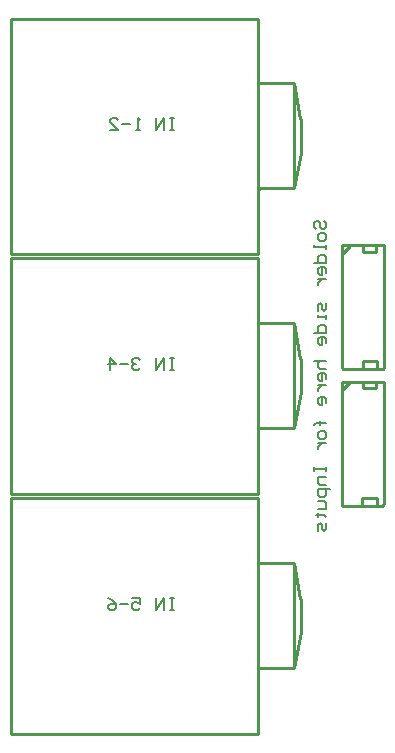
<source format=gbo>
G04*
G04 #@! TF.GenerationSoftware,Altium Limited,Altium Designer,21.8.1 (53)*
G04*
G04 Layer_Color=32896*
%FSLAX25Y25*%
%MOIN*%
G70*
G04*
G04 #@! TF.SameCoordinates,10585E3A-A503-4201-9872-C8A2A9F9218C*
G04*
G04*
G04 #@! TF.FilePolarity,Positive*
G04*
G01*
G75*
%ADD11C,0.01000*%
%ADD12C,0.00800*%
D11*
X317000Y189750D02*
X399500D01*
Y268250D01*
X317000D02*
X399500D01*
X317000Y189750D02*
Y268250D01*
X399500Y246750D02*
X411500D01*
Y211750D02*
Y246750D01*
X400000Y211750D02*
X411500D01*
X399500Y211250D02*
X400000Y211750D01*
X411500D02*
X413621Y223666D01*
X413649Y234763D01*
X413500Y234750D02*
X413649Y234763D01*
X411500Y246750D02*
X413500Y234750D01*
X317000Y269750D02*
X399500D01*
Y348250D01*
X317000D02*
X399500D01*
X317000Y269750D02*
Y348250D01*
X399500Y326750D02*
X411500D01*
Y291750D02*
Y326750D01*
X400000Y291750D02*
X411500D01*
X399500Y291250D02*
X400000Y291750D01*
X411500D02*
X413621Y303666D01*
X413649Y314763D01*
X413500Y314750D02*
X413649Y314763D01*
X411500Y326750D02*
X413500Y314750D01*
X411500Y406500D02*
X413500Y394500D01*
X413649Y394513D01*
X413621Y383416D02*
X413649Y394513D01*
X411500Y371500D02*
X413621Y383416D01*
X399500Y371000D02*
X400000Y371500D01*
X411500D01*
Y406500D01*
X399500D02*
X411500D01*
X317000Y349500D02*
Y428000D01*
X399500D01*
Y349500D02*
Y428000D01*
X317000Y349500D02*
X399500D01*
X427300Y352600D02*
X441300D01*
Y311700D02*
Y352600D01*
X440900Y311300D02*
X441300Y311700D01*
X427600Y311300D02*
X440900D01*
X427300Y311600D02*
X427600Y311300D01*
X427300Y311600D02*
Y352600D01*
Y349300D02*
Y349700D01*
X429900Y352300D02*
X430000D01*
X427300Y349700D02*
X429900Y352300D01*
X434300Y350500D02*
Y352600D01*
Y350500D02*
X434400Y350400D01*
X438800D01*
Y352000D01*
X439100Y352300D01*
X434250Y311300D02*
Y313850D01*
X434300Y313800D01*
X439000D01*
X439100Y313700D01*
Y311300D02*
Y313700D01*
X439000Y265700D02*
Y268100D01*
X438900Y268200D02*
X439000Y268100D01*
X434200Y268200D02*
X438900D01*
X434150Y268250D02*
X434200Y268200D01*
X434150Y265700D02*
Y268250D01*
X438700Y306400D02*
X439000Y306700D01*
X438700Y304800D02*
Y306400D01*
X434300Y304800D02*
X438700D01*
X434200Y304900D02*
X434300Y304800D01*
X434200Y304900D02*
Y307000D01*
X427200Y304100D02*
X429800Y306700D01*
X429900D01*
X427200Y303700D02*
Y304100D01*
Y266000D02*
Y307000D01*
Y266000D02*
X427500Y265700D01*
X440800D01*
X441200Y266100D01*
Y307000D01*
X427200D02*
X441200D01*
D12*
X371200Y394799D02*
X369867D01*
X370534D01*
Y390800D01*
X371200D01*
X369867D01*
X367868D02*
Y394799D01*
X365202Y390800D01*
Y394799D01*
X359870Y390800D02*
X358537D01*
X359204D01*
Y394799D01*
X359870Y394132D01*
X356538Y392799D02*
X353872D01*
X349873Y390800D02*
X352539D01*
X349873Y393466D01*
Y394132D01*
X350540Y394799D01*
X351873D01*
X352539Y394132D01*
X371203Y314899D02*
X369870D01*
X370536D01*
Y310900D01*
X371203D01*
X369870D01*
X367871D02*
Y314899D01*
X365205Y310900D01*
Y314899D01*
X359873Y314232D02*
X359207Y314899D01*
X357874D01*
X357207Y314232D01*
Y313566D01*
X357874Y312899D01*
X358540D01*
X357874D01*
X357207Y312233D01*
Y311566D01*
X357874Y310900D01*
X359207D01*
X359873Y311566D01*
X355875Y312899D02*
X353209D01*
X349876Y310900D02*
Y314899D01*
X351876Y312899D01*
X349210D01*
X371200Y234907D02*
X369867D01*
X370534D01*
Y230908D01*
X371200D01*
X369867D01*
X367868D02*
Y234907D01*
X365202Y230908D01*
Y234907D01*
X357205D02*
X359870D01*
Y232907D01*
X358537Y233574D01*
X357871D01*
X357205Y232907D01*
Y231574D01*
X357871Y230908D01*
X359204D01*
X359870Y231574D01*
X355872Y232907D02*
X353206D01*
X349207Y234907D02*
X350540Y234240D01*
X351873Y232907D01*
Y231574D01*
X351206Y230908D01*
X349873D01*
X349207Y231574D01*
Y232241D01*
X349873Y232907D01*
X351873D01*
X418535Y358034D02*
X417868Y358701D01*
Y360034D01*
X418535Y360700D01*
X419201D01*
X419868Y360034D01*
Y358701D01*
X420534Y358034D01*
X421201D01*
X421867Y358701D01*
Y360034D01*
X421201Y360700D01*
X421867Y356035D02*
Y354702D01*
X421201Y354035D01*
X419868D01*
X419201Y354702D01*
Y356035D01*
X419868Y356701D01*
X421201D01*
X421867Y356035D01*
Y352703D02*
Y351370D01*
Y352036D01*
X417868D01*
Y352703D01*
Y346705D02*
X421867D01*
Y348704D01*
X421201Y349370D01*
X419868D01*
X419201Y348704D01*
Y346705D01*
X421867Y343372D02*
Y344705D01*
X421201Y345372D01*
X419868D01*
X419201Y344705D01*
Y343372D01*
X419868Y342706D01*
X420534D01*
Y345372D01*
X419201Y341373D02*
X421867D01*
X420534D01*
X419868Y340706D01*
X419201Y340040D01*
Y339373D01*
X421867Y333376D02*
Y331376D01*
X421201Y330710D01*
X420534Y331376D01*
Y332709D01*
X419868Y333376D01*
X419201Y332709D01*
Y330710D01*
X421867Y329377D02*
Y328044D01*
Y328710D01*
X419201D01*
Y329377D01*
X417868Y323379D02*
X421867D01*
Y325378D01*
X421201Y326045D01*
X419868D01*
X419201Y325378D01*
Y323379D01*
X421867Y320046D02*
Y321379D01*
X421201Y322046D01*
X419868D01*
X419201Y321379D01*
Y320046D01*
X419868Y319380D01*
X420534D01*
Y322046D01*
X417868Y314048D02*
X421867D01*
X419868D01*
X419201Y313382D01*
Y312049D01*
X419868Y311383D01*
X421867D01*
Y308050D02*
Y309383D01*
X421201Y310050D01*
X419868D01*
X419201Y309383D01*
Y308050D01*
X419868Y307384D01*
X420534D01*
Y310050D01*
X419201Y306051D02*
X421867D01*
X420534D01*
X419868Y305384D01*
X419201Y304718D01*
Y304052D01*
X421867Y300053D02*
Y301386D01*
X421201Y302052D01*
X419868D01*
X419201Y301386D01*
Y300053D01*
X419868Y299387D01*
X420534D01*
Y302052D01*
X421867Y293388D02*
X418535D01*
X419868D01*
Y294055D01*
Y292722D01*
Y293388D01*
X418535D01*
X417868Y292722D01*
X421867Y290056D02*
Y288723D01*
X421201Y288057D01*
X419868D01*
X419201Y288723D01*
Y290056D01*
X419868Y290723D01*
X421201D01*
X421867Y290056D01*
X419201Y286724D02*
X421867D01*
X420534D01*
X419868Y286057D01*
X419201Y285391D01*
Y284724D01*
X417868Y278726D02*
Y277394D01*
Y278060D01*
X421867D01*
Y278726D01*
Y277394D01*
Y275394D02*
X419201D01*
Y273395D01*
X419868Y272728D01*
X421867D01*
X423200Y271395D02*
X419201D01*
Y269396D01*
X419868Y268730D01*
X421201D01*
X421867Y269396D01*
Y271395D01*
X419201Y267397D02*
X421201D01*
X421867Y266730D01*
Y264731D01*
X419201D01*
X418535Y262732D02*
X419201D01*
Y263398D01*
Y262065D01*
Y262732D01*
X421201D01*
X421867Y262065D01*
Y260066D02*
Y258066D01*
X421201Y257400D01*
X420534Y258066D01*
Y259399D01*
X419868Y260066D01*
X419201Y259399D01*
Y257400D01*
M02*

</source>
